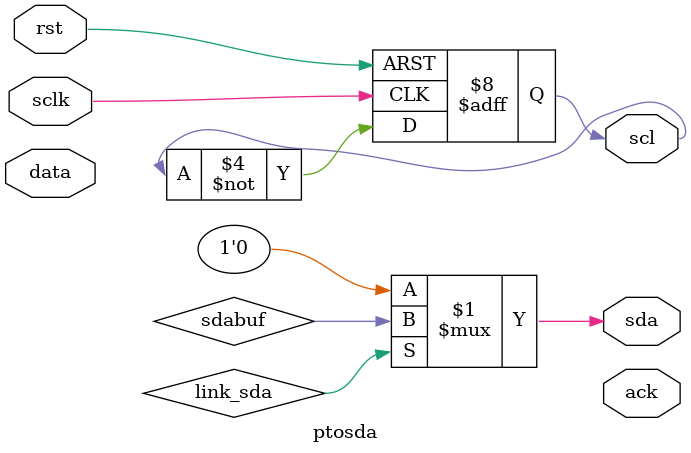
<source format=v>
module ptosda(rst,sclk,ack,scl,sda,data);
input sclk,rst;
input [3:0] data;
output ack,scl,sda;
reg scl,link_sda,ack,sdabuf;
reg [3:0] databuf;
reg [7:0] state;
assign sda = link_sda?sdabuf:1'b0;

parameter ready = 8'b0000_0000,
          start = 8'b0000_0001,
          bit1 = 8'b0000_0010,
          bit2 = 8'b0000_0100,
          bit3 = 8'b0000_1000,
          bit4 = 8'b0001_0000,
          bit5 = 8'b0010_0000,
          stop = 8'b0100_0000,
          IDLE = 8'b1000_0000;
always @(posedge sclk or negedge rst) begin
    if(!rst)
        scl<=1;
    else
        scl<=~scl;
end
always @(posedge ack) begin
    databuf<=date;
end
always @(negedge sclk) begin
    
end
endmodule
</source>
